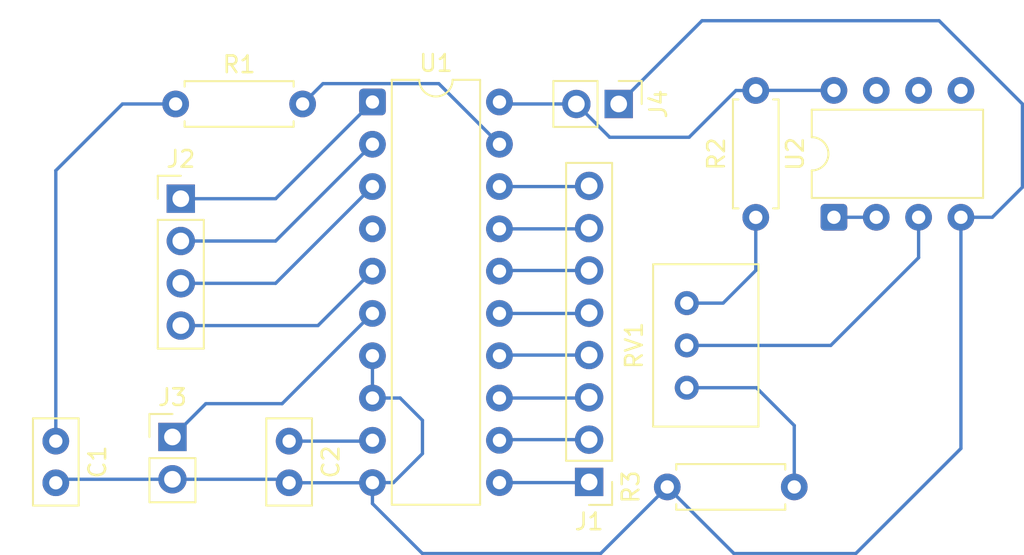
<source format=kicad_pcb>
(kicad_pcb (version 20241229) (generator "pcbnew") (generator_version "9.0")
  (layers (0 "F.Cu" signal) (2 "B.Cu" signal) (13 "F.Paste" user) (15 "B.Paste" user) (5 "F.SilkS" user "F.Silkscreen") (7 "B.SilkS" user "B.Silkscreen") (1 "F.Mask" user) (3 "B.Mask" user) (25 "Edge.Cuts" user))
  (net 0 "")
  (net 1 "Net-(U1-CLKIN)")
  (net 2 "GND")
  (net 3 "/VREF{slash}2")
  (net 4 "Net-(J1-Pin_4)")
  (net 5 "Net-(J1-Pin_3)")
  (net 6 "Net-(J1-Pin_5)")
  (net 7 "Net-(J1-Pin_2)")
  (net 8 "Net-(J1-Pin_1)")
  (net 9 "Net-(J1-Pin_8)")
  (net 10 "Net-(J1-Pin_6)")
  (net 11 "Net-(J1-Pin_7)")
  (net 12 "Net-(J2-Pin_3)")
  (net 13 "/INTR")
  (net 14 "Net-(J2-Pin_1)")
  (net 15 "Net-(J2-Pin_2)")
  (net 16 "Net-(J3-Pin_1)")
  (net 17 "Net-(U1-CLKR)")
  (net 18 "+5V")
  (net 19 "Net-(R2-Pad1)")
  (net 20 "Net-(R3-Pad2)")
  (net 21 "Net-(U2A-+)")
  (footprint "Package_DIP:DIP-8_W7.62mm" (layer "F.Cu") (at 148.69 46.805 90)
    (property "Reference" "U2" (at 3.81 -2.33 90) (layer "F.SilkS"))
    (property "Value" "LM358")
    (fp_line (start 6.46 -1.33) (end 4.81 -1.33) (stroke (width 0.12)) (layer "F.SilkS"))
    (fp_line (start 2.81 -1.33) (end 1.16 -1.33) (stroke (width 0.12)) (layer "F.SilkS"))
    (fp_line (start 1.16 -1.33) (end 1.16 8.95) (stroke (width 0.12)) (layer "F.SilkS"))
    (fp_line (start 6.46 8.95) (end 6.46 -1.33) (stroke (width 0.12)) (layer "F.SilkS"))
    (fp_line (start 1.16 8.95) (end 6.46 8.95) (stroke (width 0.12)) (layer "F.SilkS"))
    (fp_arc (start 4.81 -1.33) (mid 3.81 -0.33) (end 2.81 -1.33) (stroke (width 0.12)) (layer "F.SilkS"))
    (pad "1" thru_hole roundrect (at 0 0 90) (size 1.6 1.6) (drill 0.8) (layers "*.Cu" "*.Mask") (roundrect_rratio 0.15625) (net 3 "/VREF{slash}2"))
    (pad "2" thru_hole circle (at 0 2.54 90) (size 1.6 1.6) (drill 0.8) (layers "*.Cu" "*.Mask") (net 3 "/VREF{slash}2"))
    (pad "3" thru_hole circle (at 0 5.08 90) (size 1.6 1.6) (drill 0.8) (layers "*.Cu" "*.Mask") (net 21 "Net-(U2A-+)"))
    (pad "4" thru_hole circle (at 0 7.62 90) (size 1.6 1.6) (drill 0.8) (layers "*.Cu" "*.Mask") (net 2 "GND"))
    (pad "5" thru_hole circle (at 7.62 7.62 90) (size 1.6 1.6) (drill 0.8) (layers "*.Cu" "*.Mask"))
    (pad "6" thru_hole circle (at 7.62 5.08 90) (size 1.6 1.6) (drill 0.8) (layers "*.Cu" "*.Mask"))
    (pad "7" thru_hole circle (at 7.62 2.54 90) (size 1.6 1.6) (drill 0.8) (layers "*.Cu" "*.Mask"))
    (pad "8" thru_hole circle (at 7.62 0 90) (size 1.6 1.6) (drill 0.8) (layers "*.Cu" "*.Mask") (net 18 "+5V"))
  )
  (footprint "Resistor_THT:R_Axial_DIN0207_L6.3mm_D2.5mm_P7.62mm_Horizontal" (layer "F.Cu") (at 138.69 63)
    (property "Reference" "R3" (at -2.19 0 90) (layer "F.SilkS"))
    (property "Value" "1K")
    (fp_line (start 0.54 -1.37) (end 7.08 -1.37) (stroke (width 0.12)) (layer "F.SilkS"))
    (fp_line (start 0.54 -1.04) (end 0.54 -1.37) (stroke (width 0.12)) (layer "F.SilkS"))
    (fp_line (start 0.54 1.04) (end 0.54 1.37) (stroke (width 0.12)) (layer "F.SilkS"))
    (fp_line (start 0.54 1.37) (end 7.08 1.37) (stroke (width 0.12)) (layer "F.SilkS"))
    (fp_line (start 7.08 -1.37) (end 7.08 -1.04) (stroke (width 0.12)) (layer "F.SilkS"))
    (fp_line (start 7.08 1.37) (end 7.08 1.04) (stroke (width 0.12)) (layer "F.SilkS"))
    (pad "1" thru_hole circle (at 0 0) (size 1.6 1.6) (drill 0.8) (layers "*.Cu" "*.Mask") (net 2 "GND"))
    (pad "2" thru_hole oval (at 7.62 0) (size 1.6 1.6) (drill 0.8) (layers "*.Cu" "*.Mask") (net 20 "Net-(R3-Pad2)"))
  )
  (footprint "Capacitor_THT:C_Disc_D5.0mm_W2.5mm_P2.50mm" (layer "F.Cu") (at 116 60.25 -90)
    (property "Reference" "C2" (at 1.25 -2.5 90) (layer "F.SilkS"))
    (property "Value" "C")
    (fp_line (start -1.37 1.37) (end 3.87 1.37) (stroke (width 0.12)) (layer "F.SilkS"))
    (fp_line (start -1.37 -1.37) (end -1.37 1.37) (stroke (width 0.12)) (layer "F.SilkS"))
    (fp_line (start -1.37 -1.37) (end 3.87 -1.37) (stroke (width 0.12)) (layer "F.SilkS"))
    (fp_line (start 3.87 -1.37) (end 3.87 1.37) (stroke (width 0.12)) (layer "F.SilkS"))
    (pad "1" thru_hole circle (at 0 0 270) (size 1.6 1.6) (drill 0.8) (layers "*.Cu" "*.Mask") (net 3 "/VREF{slash}2"))
    (pad "2" thru_hole circle (at 2.5 0 270) (size 1.6 1.6) (drill 0.8) (layers "*.Cu" "*.Mask") (net 2 "GND"))
  )
  (footprint "Connector_PinHeader_2.54mm:PinHeader_1x02_P2.54mm_Vertical" (layer "F.Cu") (at 135.775 40 -90)
    (property "Reference" "J4" (at 0 -2.38 90) (layer "F.SilkS"))
    (property "Value" "Conn_01x02_Pin")
    (fp_line (start -1.38 3.92) (end 1.38 3.92) (stroke (width 0.12)) (layer "F.SilkS"))
    (fp_line (start -1.38 1.27) (end -1.38 3.92) (stroke (width 0.12)) (layer "F.SilkS"))
    (fp_line (start -1.38 1.27) (end 1.38 1.27) (stroke (width 0.12)) (layer "F.SilkS"))
    (fp_line (start 1.38 1.27) (end 1.38 3.92) (stroke (width 0.12)) (layer "F.SilkS"))
    (fp_line (start -1.38 0) (end -1.38 -1.38) (stroke (width 0.12)) (layer "F.SilkS"))
    (fp_line (start -1.38 -1.38) (end 0 -1.38) (stroke (width 0.12)) (layer "F.SilkS"))
    (pad "1" thru_hole rect (at 0 0 270) (size 1.7 1.7) (drill 1) (layers "*.Cu" "*.Mask") (net 2 "GND"))
    (pad "2" thru_hole circle (at 0 2.54 270) (size 1.7 1.7) (drill 1) (layers "*.Cu" "*.Mask") (net 18 "+5V"))
  )
  (footprint "Potentiometer_THT:Potentiometer_Bourns_3299W_Vertical" (layer "F.Cu") (at 139.86 51.96 90)
    (property "Reference" "RV1" (at -2.54 -3.16 90) (layer "F.SilkS"))
    (property "Value" "1K")
    (fp_line (start 2.335 -2.02) (end 2.335 4.3) (stroke (width 0.12)) (layer "F.SilkS"))
    (fp_line (start -7.415 -2.02) (end 2.335 -2.02) (stroke (width 0.12)) (layer "F.SilkS"))
    (fp_line (start -7.415 -2.02) (end -7.415 4.3) (stroke (width 0.12)) (layer "F.SilkS"))
    (fp_line (start -7.415 4.3) (end 2.335 4.3) (stroke (width 0.12)) (layer "F.SilkS"))
    (pad "1" thru_hole circle (at 0 0 90) (size 1.44 1.44) (drill 0.8) (layers "*.Cu" "*.Mask") (net 19 "Net-(R2-Pad1)"))
    (pad "2" thru_hole circle (at -2.54 0 90) (size 1.44 1.44) (drill 0.8) (layers "*.Cu" "*.Mask") (net 21 "Net-(U2A-+)"))
    (pad "3" thru_hole circle (at -5.08 0 90) (size 1.44 1.44) (drill 0.8) (layers "*.Cu" "*.Mask") (net 20 "Net-(R3-Pad2)"))
  )
  (footprint "Resistor_THT:R_Axial_DIN0207_L6.3mm_D2.5mm_P7.62mm_Horizontal" (layer "F.Cu") (at 109.19 40)
    (property "Reference" "R1" (at 3.81 -2.37 0) (layer "F.SilkS"))
    (property "Value" "R")
    (fp_line (start 0.54 -1.37) (end 7.08 -1.37) (stroke (width 0.12)) (layer "F.SilkS"))
    (fp_line (start 0.54 -1.04) (end 0.54 -1.37) (stroke (width 0.12)) (layer "F.SilkS"))
    (fp_line (start 0.54 1.04) (end 0.54 1.37) (stroke (width 0.12)) (layer "F.SilkS"))
    (fp_line (start 0.54 1.37) (end 7.08 1.37) (stroke (width 0.12)) (layer "F.SilkS"))
    (fp_line (start 7.08 -1.37) (end 7.08 -1.04) (stroke (width 0.12)) (layer "F.SilkS"))
    (fp_line (start 7.08 1.37) (end 7.08 1.04) (stroke (width 0.12)) (layer "F.SilkS"))
    (pad "1" thru_hole circle (at 0 0) (size 1.6 1.6) (drill 0.8) (layers "*.Cu" "*.Mask") (net 1 "Net-(U1-CLKIN)"))
    (pad "2" thru_hole oval (at 7.62 0) (size 1.6 1.6) (drill 0.8) (layers "*.Cu" "*.Mask") (net 17 "Net-(U1-CLKR)"))
  )
  (footprint "Package_DIP:DIP-20_W7.62mm" (layer "F.Cu") (at 121 39.88)
    (property "Reference" "U1" (at 3.81 -2.33 0) (layer "F.SilkS"))
    (property "Value" "ADC0804LCWM")
    (fp_line (start 1.16 -1.33) (end 1.16 24.19) (stroke (width 0.12)) (layer "F.SilkS"))
    (fp_line (start 1.16 24.19) (end 6.46 24.19) (stroke (width 0.12)) (layer "F.SilkS"))
    (fp_line (start 2.81 -1.33) (end 1.16 -1.33) (stroke (width 0.12)) (layer "F.SilkS"))
    (fp_line (start 6.46 -1.33) (end 4.81 -1.33) (stroke (width 0.12)) (layer "F.SilkS"))
    (fp_line (start 6.46 24.19) (end 6.46 -1.33) (stroke (width 0.12)) (layer "F.SilkS"))
    (fp_arc (start 4.81 -1.33) (mid 3.81 -0.33) (end 2.81 -1.33) (stroke (width 0.12)) (layer "F.SilkS"))
    (pad "1" thru_hole roundrect (at 0 0) (size 1.6 1.6) (drill 0.8) (layers "*.Cu" "*.Mask") (roundrect_rratio 0.15625) (net 14 "Net-(J2-Pin_1)"))
    (pad "2" thru_hole circle (at 0 2.54) (size 1.6 1.6) (drill 0.8) (layers "*.Cu" "*.Mask") (net 15 "Net-(J2-Pin_2)"))
    (pad "3" thru_hole circle (at 0 5.08) (size 1.6 1.6) (drill 0.8) (layers "*.Cu" "*.Mask") (net 12 "Net-(J2-Pin_3)"))
    (pad "4" thru_hole circle (at 0 7.62) (size 1.6 1.6) (drill 0.8) (layers "*.Cu" "*.Mask") (net 1 "Net-(U1-CLKIN)"))
    (pad "5" thru_hole circle (at 0 10.16) (size 1.6 1.6) (drill 0.8) (layers "*.Cu" "*.Mask") (net 13 "/INTR"))
    (pad "6" thru_hole circle (at 0 12.7) (size 1.6 1.6) (drill 0.8) (layers "*.Cu" "*.Mask") (net 16 "Net-(J3-Pin_1)"))
    (pad "7" thru_hole circle (at 0 15.24) (size 1.6 1.6) (drill 0.8) (layers "*.Cu" "*.Mask") (net 2 "GND"))
    (pad "8" thru_hole circle (at 0 17.78) (size 1.6 1.6) (drill 0.8) (layers "*.Cu" "*.Mask") (net 2 "GND"))
    (pad "9" thru_hole circle (at 0 20.32) (size 1.6 1.6) (drill 0.8) (layers "*.Cu" "*.Mask") (net 3 "/VREF{slash}2"))
    (pad "10" thru_hole circle (at 0 22.86) (size 1.6 1.6) (drill 0.8) (layers "*.Cu" "*.Mask") (net 2 "GND"))
    (pad "11" thru_hole circle (at 7.62 22.86) (size 1.6 1.6) (drill 0.8) (layers "*.Cu" "*.Mask") (net 8 "Net-(J1-Pin_1)"))
    (pad "12" thru_hole circle (at 7.62 20.32) (size 1.6 1.6) (drill 0.8) (layers "*.Cu" "*.Mask") (net 7 "Net-(J1-Pin_2)"))
    (pad "13" thru_hole circle (at 7.62 17.78) (size 1.6 1.6) (drill 0.8) (layers "*.Cu" "*.Mask") (net 5 "Net-(J1-Pin_3)"))
    (pad "14" thru_hole circle (at 7.62 15.24) (size 1.6 1.6) (drill 0.8) (layers "*.Cu" "*.Mask") (net 4 "Net-(J1-Pin_4)"))
    (pad "15" thru_hole circle (at 7.62 12.7) (size 1.6 1.6) (drill 0.8) (layers "*.Cu" "*.Mask") (net 6 "Net-(J1-Pin_5)"))
    (pad "16" thru_hole circle (at 7.62 10.16) (size 1.6 1.6) (drill 0.8) (layers "*.Cu" "*.Mask") (net 10 "Net-(J1-Pin_6)"))
    (pad "17" thru_hole circle (at 7.62 7.62) (size 1.6 1.6) (drill 0.8) (layers "*.Cu" "*.Mask") (net 11 "Net-(J1-Pin_7)"))
    (pad "18" thru_hole circle (at 7.62 5.08) (size 1.6 1.6) (drill 0.8) (layers "*.Cu" "*.Mask") (net 9 "Net-(J1-Pin_8)"))
    (pad "19" thru_hole circle (at 7.62 2.54) (size 1.6 1.6) (drill 0.8) (layers "*.Cu" "*.Mask") (net 17 "Net-(U1-CLKR)"))
    (pad "20" thru_hole circle (at 7.62 0) (size 1.6 1.6) (drill 0.8) (layers "*.Cu" "*.Mask") (net 18 "+5V"))
  )
  (footprint "Connector_PinHeader_2.54mm:PinHeader_1x08_P2.54mm_Vertical" (layer "F.Cu") (at 134 62.7 180)
    (property "Reference" "J1" (at 0 -2.38 0) (layer "F.SilkS"))
    (property "Value" "Conn_01x08_Pin")
    (fp_line (start 1.38 1.27) (end 1.38 19.16) (stroke (width 0.12)) (layer "F.SilkS"))
    (fp_line (start -1.38 19.16) (end 1.38 19.16) (stroke (width 0.12)) (layer "F.SilkS"))
    (fp_line (start -1.38 1.27) (end 1.38 1.27) (stroke (width 0.12)) (layer "F.SilkS"))
    (fp_line (start -1.38 1.27) (end -1.38 19.16) (stroke (width 0.12)) (layer "F.SilkS"))
    (fp_line (start -1.38 0) (end -1.38 -1.38) (stroke (width 0.12)) (layer "F.SilkS"))
    (fp_line (start -1.38 -1.38) (end 0 -1.38) (stroke (width 0.12)) (layer "F.SilkS"))
    (pad "1" thru_hole rect (at 0 0 180) (size 1.7 1.7) (drill 1) (layers "*.Cu" "*.Mask") (net 8 "Net-(J1-Pin_1)"))
    (pad "2" thru_hole circle (at 0 2.54 180) (size 1.7 1.7) (drill 1) (layers "*.Cu" "*.Mask") (net 7 "Net-(J1-Pin_2)"))
    (pad "3" thru_hole circle (at 0 5.08 180) (size 1.7 1.7) (drill 1) (layers "*.Cu" "*.Mask") (net 5 "Net-(J1-Pin_3)"))
    (pad "4" thru_hole circle (at 0 7.62 180) (size 1.7 1.7) (drill 1) (layers "*.Cu" "*.Mask") (net 4 "Net-(J1-Pin_4)"))
    (pad "5" thru_hole circle (at 0 10.16 180) (size 1.7 1.7) (drill 1) (layers "*.Cu" "*.Mask") (net 6 "Net-(J1-Pin_5)"))
    (pad "6" thru_hole circle (at 0 12.7 180) (size 1.7 1.7) (drill 1) (layers "*.Cu" "*.Mask") (net 10 "Net-(J1-Pin_6)"))
    (pad "7" thru_hole circle (at 0 15.24 180) (size 1.7 1.7) (drill 1) (layers "*.Cu" "*.Mask") (net 11 "Net-(J1-Pin_7)"))
    (pad "8" thru_hole circle (at 0 17.78 180) (size 1.7 1.7) (drill 1) (layers "*.Cu" "*.Mask") (net 9 "Net-(J1-Pin_8)"))
  )
  (footprint "Connector_PinHeader_2.54mm:PinHeader_1x02_P2.54mm_Vertical" (layer "F.Cu") (at 109 60)
    (property "Reference" "J3" (at 0 -2.38 0) (layer "F.SilkS"))
    (property "Value" "Conn_01x02_Pin")
    (fp_line (start -1.38 -1.38) (end 0 -1.38) (stroke (width 0.12)) (layer "F.SilkS"))
    (fp_line (start -1.38 0) (end -1.38 -1.38) (stroke (width 0.12)) (layer "F.SilkS"))
    (fp_line (start -1.38 1.27) (end -1.38 3.92) (stroke (width 0.12)) (layer "F.SilkS"))
    (fp_line (start -1.38 1.27) (end 1.38 1.27) (stroke (width 0.12)) (layer "F.SilkS"))
    (fp_line (start -1.38 3.92) (end 1.38 3.92) (stroke (width 0.12)) (layer "F.SilkS"))
    (fp_line (start 1.38 1.27) (end 1.38 3.92) (stroke (width 0.12)) (layer "F.SilkS"))
    (pad "1" thru_hole rect (at 0 0) (size 1.7 1.7) (drill 1) (layers "*.Cu" "*.Mask") (net 16 "Net-(J3-Pin_1)"))
    (pad "2" thru_hole circle (at 0 2.54) (size 1.7 1.7) (drill 1) (layers "*.Cu" "*.Mask") (net 2 "GND"))
  )
  (footprint "Resistor_THT:R_Axial_DIN0207_L6.3mm_D2.5mm_P7.62mm_Horizontal" (layer "F.Cu") (at 144 46.81 90)
    (property "Reference" "R2" (at 3.81 -2.37 90) (layer "F.SilkS"))
    (property "Value" "4.7K")
    (fp_line (start 7.08 -1.37) (end 7.08 -1.04) (stroke (width 0.12)) (layer "F.SilkS"))
    (fp_line (start 0.54 -1.37) (end 7.08 -1.37) (stroke (width 0.12)) (layer "F.SilkS"))
    (fp_line (start 0.54 -1.04) (end 0.54 -1.37) (stroke (width 0.12)) (layer "F.SilkS"))
    (fp_line (start 0.54 1.04) (end 0.54 1.37) (stroke (width 0.12)) (layer "F.SilkS"))
    (fp_line (start 7.08 1.37) (end 7.08 1.04) (stroke (width 0.12)) (layer "F.SilkS"))
    (fp_line (start 0.54 1.37) (end 7.08 1.37) (stroke (width 0.12)) (layer "F.SilkS"))
    (pad "1" thru_hole circle (at 0 0 90) (size 1.6 1.6) (drill 0.8) (layers "*.Cu" "*.Mask") (net 19 "Net-(R2-Pad1)"))
    (pad "2" thru_hole oval (at 7.62 0 90) (size 1.6 1.6) (drill 0.8) (layers "*.Cu" "*.Mask") (net 18 "+5V"))
  )
  (footprint "Connector_PinHeader_2.54mm:PinHeader_1x04_P2.54mm_Vertical" (layer "F.Cu") (at 109.5 45.69)
    (property "Reference" "J2" (at 0 -2.38 0) (layer "F.SilkS"))
    (property "Value" "Conn_01x04_Pin")
    (fp_line (start -1.38 -1.38) (end 0 -1.38) (stroke (width 0.12)) (layer "F.SilkS"))
    (fp_line (start -1.38 0) (end -1.38 -1.38) (stroke (width 0.12)) (layer "F.SilkS"))
    (fp_line (start -1.38 1.27) (end -1.38 9) (stroke (width 0.12)) (layer "F.SilkS"))
    (fp_line (start -1.38 1.27) (end 1.38 1.27) (stroke (width 0.12)) (layer "F.SilkS"))
    (fp_line (start -1.38 9) (end 1.38 9) (stroke (width 0.12)) (layer "F.SilkS"))
    (fp_line (start 1.38 1.27) (end 1.38 9) (stroke (width 0.12)) (layer "F.SilkS"))
    (pad "1" thru_hole rect (at 0 0) (size 1.7 1.7) (drill 1) (layers "*.Cu" "*.Mask") (net 14 "Net-(J2-Pin_1)"))
    (pad "2" thru_hole circle (at 0 2.54) (size 1.7 1.7) (drill 1) (layers "*.Cu" "*.Mask") (net 15 "Net-(J2-Pin_2)"))
    (pad "3" thru_hole circle (at 0 5.08) (size 1.7 1.7) (drill 1) (layers "*.Cu" "*.Mask") (net 12 "Net-(J2-Pin_3)"))
    (pad "4" thru_hole circle (at 0 7.62) (size 1.7 1.7) (drill 1) (layers "*.Cu" "*.Mask") (net 13 "/INTR"))
  )
  (footprint "Capacitor_THT:C_Disc_D5.0mm_W2.5mm_P2.50mm" (layer "F.Cu") (at 102 60.25 -90)
    (property "Reference" "C1" (at 1.25 -2.5 90) (layer "F.SilkS"))
    (property "Value" "C")
    (fp_line (start -1.37 1.37) (end 3.87 1.37) (stroke (width 0.12)) (layer "F.SilkS"))
    (fp_line (start -1.37 -1.37) (end -1.37 1.37) (stroke (width 0.12)) (layer "F.SilkS"))
    (fp_line (start -1.37 -1.37) (end 3.87 -1.37) (stroke (width 0.12)) (layer "F.SilkS"))
    (fp_line (start 3.87 -1.37) (end 3.87 1.37) (stroke (width 0.12)) (layer "F.SilkS"))
    (pad "1" thru_hole circle (at 0 0 270) (size 1.6 1.6) (drill 0.8) (layers "*.Cu" "*.Mask") (net 1 "Net-(U1-CLKIN)"))
    (pad "2" thru_hole circle (at 2.5 0 270) (size 1.6 1.6) (drill 0.8) (layers "*.Cu" "*.Mask") (net 2 "GND"))
  )
  (segment (start 106 40) (end 102 44) (width 0.2) (layer "B.Cu") (net 1))
  (segment (start 102 44) (end 102 60.25) (width 0.2) (layer "B.Cu") (net 1))
  (segment (start 109.19 40) (end 106 40) (width 0.2) (layer "B.Cu") (net 1))
  (segment (start 124 59) (end 124 61) (width 0.2) (layer "B.Cu") (net 2))
  (segment (start 160 45) (end 158.195 46.805) (width 0.2) (layer "B.Cu") (net 2))
  (segment (start 140.775 35) (end 155 35) (width 0.2) (layer "B.Cu") (net 2))
  (segment (start 115.79 62.54) (end 109 62.54) (width 0.2) (layer "B.Cu") (net 2))
  (segment (start 124 61) (end 122.26 62.74) (width 0.2) (layer "B.Cu") (net 2))
  (segment (start 121 62.74) (end 121 64) (width 0.2) (layer "B.Cu") (net 2))
  (segment (start 109 62.54) (end 102.21 62.54) (width 0.2) (layer "B.Cu") (net 2))
  (segment (start 156.31 46.805) (end 156.31 60.69) (width 0.2) (layer "B.Cu") (net 2))
  (segment (start 150 67) (end 142.69 67) (width 0.2) (layer "B.Cu") (net 2))
  (segment (start 116.01 62.74) (end 116 62.75) (width 0.2) (layer "B.Cu") (net 2))
  (segment (start 156.31 60.69) (end 150 67) (width 0.2) (layer "B.Cu") (net 2))
  (segment (start 120.25 62.75) (end 116 62.75) (width 0.2) (layer "B.Cu") (net 2))
  (segment (start 116 62.75) (end 115.79 62.54) (width 0.2) (layer "B.Cu") (net 2))
  (segment (start 124 67) (end 134.69 67) (width 0.2) (layer "B.Cu") (net 2))
  (segment (start 122.26 62.74) (end 121 62.74) (width 0.2) (layer "B.Cu") (net 2))
  (segment (start 121 62.74) (end 120.26 62.74) (width 0.2) (layer "B.Cu") (net 2))
  (segment (start 160 40) (end 160 45) (width 0.2) (layer "B.Cu") (net 2))
  (segment (start 120.26 62.74) (end 120.25 62.75) (width 0.2) (layer "B.Cu") (net 2))
  (segment (start 102.21 62.54) (end 102 62.75) (width 0.2) (layer "B.Cu") (net 2))
  (segment (start 134.69 67) (end 138.69 63) (width 0.2) (layer "B.Cu") (net 2))
  (segment (start 122.66 57.66) (end 124 59) (width 0.2) (layer "B.Cu") (net 2))
  (segment (start 121 55.12) (end 121 57.66) (width 0.2) (layer "B.Cu") (net 2))
  (segment (start 142.69 67) (end 138.69 63) (width 0.2) (layer "B.Cu") (net 2))
  (segment (start 108.79 62.75) (end 109 62.54) (width 0.2) (layer "B.Cu") (net 2))
  (segment (start 121 64) (end 124 67) (width 0.2) (layer "B.Cu") (net 2))
  (segment (start 155 35) (end 160 40) (width 0.2) (layer "B.Cu") (net 2))
  (segment (start 135.775 40) (end 140.775 35) (width 0.2) (layer "B.Cu") (net 2))
  (segment (start 121 57.66) (end 122.66 57.66) (width 0.2) (layer "B.Cu") (net 2))
  (segment (start 158.195 46.805) (end 156.31 46.805) (width 0.2) (layer "B.Cu") (net 2))
  (segment (start 120.95 60.25) (end 116 60.25) (width 0.2) (layer "B.Cu") (net 3))
  (segment (start 151.23 46.805) (end 148.69 46.805) (width 0.2) (layer "B.Cu") (net 3))
  (segment (start 121 60.2) (end 120.95 60.25) (width 0.2) (layer "B.Cu") (net 3))
  (segment (start 128.66 55.08) (end 128.62 55.12) (width 0.2) (layer "B.Cu") (net 4))
  (segment (start 134 55.08) (end 128.66 55.08) (width 0.2) (layer "B.Cu") (net 4))
  (segment (start 133.96 57.66) (end 134 57.62) (width 0.2) (layer "B.Cu") (net 5))
  (segment (start 128.62 57.66) (end 133.96 57.66) (width 0.2) (layer "B.Cu") (net 5))
  (segment (start 133.96 52.58) (end 134 52.54) (width 0.2) (layer "B.Cu") (net 6))
  (segment (start 128.62 52.58) (end 133.96 52.58) (width 0.2) (layer "B.Cu") (net 6))
  (segment (start 128.66 60.16) (end 128.62 60.2) (width 0.2) (layer "B.Cu") (net 7))
  (segment (start 134 60.16) (end 128.66 60.16) (width 0.2) (layer "B.Cu") (net 7))
  (segment (start 133.96 62.74) (end 134 62.7) (width 0.2) (layer "B.Cu") (net 8))
  (segment (start 128.62 62.74) (end 133.96 62.74) (width 0.2) (layer "B.Cu") (net 8))
  (segment (start 133.96 44.96) (end 134 44.92) (width 0.2) (layer "B.Cu") (net 9))
  (segment (start 128.62 44.96) (end 133.96 44.96) (width 0.2) (layer "B.Cu") (net 9))
  (segment (start 128.66 50) (end 128.62 50.04) (width 0.2) (layer "B.Cu") (net 10))
  (segment (start 134 50) (end 128.66 50) (width 0.2) (layer "B.Cu") (net 10))
  (segment (start 128.62 47.5) (end 133.96 47.5) (width 0.2) (layer "B.Cu") (net 11))
  (segment (start 133.96 47.5) (end 134 47.46) (width 0.2) (layer "B.Cu") (net 11))
  (segment (start 115.19 50.77) (end 109.5 50.77) (width 0.2) (layer "B.Cu") (net 12))
  (segment (start 121 44.96) (end 115.19 50.77) (width 0.2) (layer "B.Cu") (net 12))
  (segment (start 117.73 53.31) (end 121 50.04) (width 0.2) (layer "B.Cu") (net 13))
  (segment (start 109.5 53.31) (end 117.73 53.31) (width 0.2) (layer "B.Cu") (net 13))
  (segment (start 121 39.88) (end 115.19 45.69) (width 0.2) (layer "B.Cu") (net 14))
  (segment (start 115.19 45.69) (end 109.5 45.69) (width 0.2) (layer "B.Cu") (net 14))
  (segment (start 115.19 48.23) (end 109.5 48.23) (width 0.2) (layer "B.Cu") (net 15))
  (segment (start 121 42.42) (end 115.19 48.23) (width 0.2) (layer "B.Cu") (net 15))
  (segment (start 115.58 58) (end 121 52.58) (width 0.2) (layer "B.Cu") (net 16))
  (segment (start 111 58) (end 115.58 58) (width 0.2) (layer "B.Cu") (net 16))
  (segment (start 109 60) (end 111 58) (width 0.2) (layer "B.Cu") (net 16))
  (segment (start 128.62 42.42) (end 124.979 38.779) (width 0.2) (layer "B.Cu") (net 17))
  (segment (start 118.031 38.779) (end 116.81 40) (width 0.2) (layer "B.Cu") (net 17))
  (segment (start 124.979 38.779) (end 118.031 38.779) (width 0.2) (layer "B.Cu") (net 17))
  (segment (start 144 39.19) (end 142.81 39.19) (width 0.2) (layer "B.Cu") (net 18))
  (segment (start 142.81 39.19) (end 140 42) (width 0.2) (layer "B.Cu") (net 18))
  (segment (start 144.005 39.185) (end 144 39.19) (width 0.2) (layer "B.Cu") (net 18))
  (segment (start 135.235 42) (end 133.235 40) (width 0.2) (layer "B.Cu") (net 18))
  (segment (start 128.74 40) (end 128.62 39.88) (width 0.2) (layer "B.Cu") (net 18))
  (segment (start 148.69 39.185) (end 144.005 39.185) (width 0.2) (layer "B.Cu") (net 18))
  (segment (start 133.235 40) (end 128.74 40) (width 0.2) (layer "B.Cu") (net 18))
  (segment (start 140 42) (end 135.235 42) (width 0.2) (layer "B.Cu") (net 18))
  (segment (start 142.04 51.96) (end 144 50) (width 0.2) (layer "B.Cu") (net 19))
  (segment (start 144 50) (end 144 46.81) (width 0.2) (layer "B.Cu") (net 19))
  (segment (start 139.86 51.96) (end 142.04 51.96) (width 0.2) (layer "B.Cu") (net 19))
  (segment (start 139.86 57.04) (end 144.04 57.04) (width 0.2) (layer "B.Cu") (net 20))
  (segment (start 144.04 57.04) (end 146.31 59.31) (width 0.2) (layer "B.Cu") (net 20))
  (segment (start 146.31 59.31) (end 146.31 63) (width 0.2) (layer "B.Cu") (net 20))
  (segment (start 148.5 54.5) (end 139.86 54.5) (width 0.2) (layer "B.Cu") (net 21))
  (segment (start 153.77 46.805) (end 153.77 49.23) (width 0.2) (layer "B.Cu") (net 21))
  (segment (start 153.77 49.23) (end 148.5 54.5) (width 0.2) (layer "B.Cu") (net 21))
)
</source>
